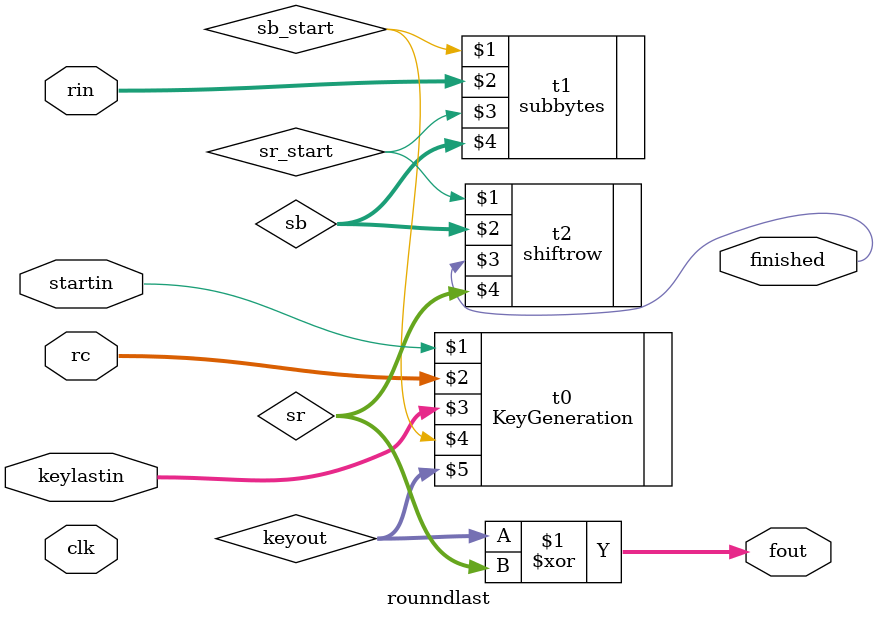
<source format=sv>
`timescale 1ns / 1ps

module rounndlast(clk,startin,rc,rin,keylastin,finished,fout);
input clk;
input startin;
input [3:0]rc;
input [127:0]rin;
input [127:0]keylastin;
output finished;
output [127:0]fout;

wire [127:0] sb,sr,mcl,keyout;
wire sb_start,sr_start;

KeyGeneration t0(startin,rc,keylastin,sb_start,keyout);
subbytes t1(sb_start,rin,sr_start,sb);
shiftrow t2(sr_start,sb,finished,sr);
assign fout= keyout^sr;

endmodule

</source>
